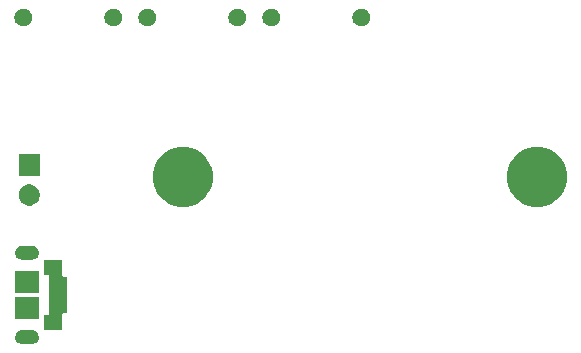
<source format=gbr>
G04 #@! TF.GenerationSoftware,KiCad,Pcbnew,5.1.5-52549c5~84~ubuntu18.04.1*
G04 #@! TF.CreationDate,2020-01-15T09:57:23+01:00*
G04 #@! TF.ProjectId,geneva,67656e65-7661-42e6-9b69-6361645f7063,rev?*
G04 #@! TF.SameCoordinates,Original*
G04 #@! TF.FileFunction,Soldermask,Bot*
G04 #@! TF.FilePolarity,Negative*
%FSLAX46Y46*%
G04 Gerber Fmt 4.6, Leading zero omitted, Abs format (unit mm)*
G04 Created by KiCad (PCBNEW 5.1.5-52549c5~84~ubuntu18.04.1) date 2020-01-15 09:57:23*
%MOMM*%
%LPD*%
G04 APERTURE LIST*
%ADD10C,0.101600*%
G04 APERTURE END LIST*
D10*
G36*
X57337916Y-113007334D02*
G01*
X57446492Y-113040271D01*
X57446495Y-113040272D01*
X57482601Y-113059571D01*
X57546557Y-113093756D01*
X57634264Y-113165736D01*
X57706244Y-113253443D01*
X57740429Y-113317399D01*
X57759728Y-113353505D01*
X57759729Y-113353508D01*
X57792666Y-113462084D01*
X57803787Y-113575000D01*
X57792666Y-113687916D01*
X57759729Y-113796492D01*
X57759728Y-113796495D01*
X57740429Y-113832601D01*
X57706244Y-113896557D01*
X57634264Y-113984264D01*
X57546557Y-114056244D01*
X57482601Y-114090429D01*
X57446495Y-114109728D01*
X57446492Y-114109729D01*
X57337916Y-114142666D01*
X57253298Y-114151000D01*
X56346702Y-114151000D01*
X56262084Y-114142666D01*
X56153508Y-114109729D01*
X56153505Y-114109728D01*
X56117399Y-114090429D01*
X56053443Y-114056244D01*
X55965736Y-113984264D01*
X55893756Y-113896557D01*
X55859571Y-113832601D01*
X55840272Y-113796495D01*
X55840271Y-113796492D01*
X55807334Y-113687916D01*
X55796213Y-113575000D01*
X55807334Y-113462084D01*
X55840271Y-113353508D01*
X55840272Y-113353505D01*
X55859571Y-113317399D01*
X55893756Y-113253443D01*
X55965736Y-113165736D01*
X56053443Y-113093756D01*
X56117399Y-113059571D01*
X56153505Y-113040272D01*
X56153508Y-113040271D01*
X56262084Y-113007334D01*
X56346702Y-112999000D01*
X57253298Y-112999000D01*
X57337916Y-113007334D01*
G37*
G36*
X59806000Y-108324001D02*
G01*
X59808402Y-108348387D01*
X59815515Y-108371836D01*
X59827066Y-108393447D01*
X59842611Y-108412389D01*
X59861553Y-108427934D01*
X59883164Y-108439485D01*
X59906613Y-108446598D01*
X59930999Y-108449000D01*
X60201000Y-108449000D01*
X60201000Y-111551000D01*
X59930999Y-111551000D01*
X59906613Y-111553402D01*
X59883164Y-111560515D01*
X59861553Y-111572066D01*
X59842611Y-111587611D01*
X59827066Y-111606553D01*
X59815515Y-111628164D01*
X59808402Y-111651613D01*
X59806000Y-111675999D01*
X59806000Y-112946000D01*
X58254000Y-112946000D01*
X58254000Y-111694000D01*
X58574001Y-111694000D01*
X58598387Y-111691598D01*
X58621836Y-111684485D01*
X58643447Y-111672934D01*
X58662389Y-111657389D01*
X58677934Y-111638447D01*
X58689485Y-111616836D01*
X58696598Y-111593387D01*
X58699000Y-111569001D01*
X58699000Y-108430999D01*
X58696598Y-108406613D01*
X58689485Y-108383164D01*
X58677934Y-108361553D01*
X58662389Y-108342611D01*
X58643447Y-108327066D01*
X58621836Y-108315515D01*
X58598387Y-108308402D01*
X58574001Y-108306000D01*
X58254000Y-108306000D01*
X58254000Y-107054000D01*
X59806000Y-107054000D01*
X59806000Y-108324001D01*
G37*
G36*
X57801000Y-112051000D02*
G01*
X55799000Y-112051000D01*
X55799000Y-110199000D01*
X57801000Y-110199000D01*
X57801000Y-112051000D01*
G37*
G36*
X57801000Y-109801000D02*
G01*
X55799000Y-109801000D01*
X55799000Y-107949000D01*
X57801000Y-107949000D01*
X57801000Y-109801000D01*
G37*
G36*
X57337916Y-105857334D02*
G01*
X57446492Y-105890271D01*
X57446495Y-105890272D01*
X57482601Y-105909571D01*
X57546557Y-105943756D01*
X57634264Y-106015736D01*
X57706244Y-106103443D01*
X57740429Y-106167399D01*
X57759728Y-106203505D01*
X57759729Y-106203508D01*
X57792666Y-106312084D01*
X57803787Y-106425000D01*
X57792666Y-106537916D01*
X57759729Y-106646492D01*
X57759728Y-106646495D01*
X57740429Y-106682601D01*
X57706244Y-106746557D01*
X57634264Y-106834264D01*
X57546557Y-106906244D01*
X57482601Y-106940429D01*
X57446495Y-106959728D01*
X57446492Y-106959729D01*
X57337916Y-106992666D01*
X57253298Y-107001000D01*
X56346702Y-107001000D01*
X56262084Y-106992666D01*
X56153508Y-106959729D01*
X56153505Y-106959728D01*
X56117399Y-106940429D01*
X56053443Y-106906244D01*
X55965736Y-106834264D01*
X55893756Y-106746557D01*
X55859571Y-106682601D01*
X55840272Y-106646495D01*
X55840271Y-106646492D01*
X55807334Y-106537916D01*
X55796213Y-106425000D01*
X55807334Y-106312084D01*
X55840271Y-106203508D01*
X55840272Y-106203505D01*
X55859571Y-106167399D01*
X55893756Y-106103443D01*
X55965736Y-106015736D01*
X56053443Y-105943756D01*
X56117399Y-105909571D01*
X56153505Y-105890272D01*
X56153508Y-105890271D01*
X56262084Y-105857334D01*
X56346702Y-105849000D01*
X57253298Y-105849000D01*
X57337916Y-105857334D01*
G37*
G36*
X70744098Y-97547033D02*
G01*
X71208350Y-97739332D01*
X71208352Y-97739333D01*
X71626168Y-98018509D01*
X71981491Y-98373832D01*
X72260667Y-98791648D01*
X72260668Y-98791650D01*
X72452967Y-99255902D01*
X72551000Y-99748747D01*
X72551000Y-100251253D01*
X72452967Y-100744098D01*
X72300073Y-101113218D01*
X72260667Y-101208352D01*
X71981491Y-101626168D01*
X71626168Y-101981491D01*
X71208352Y-102260667D01*
X71208351Y-102260668D01*
X71208350Y-102260668D01*
X70744098Y-102452967D01*
X70251253Y-102551000D01*
X69748747Y-102551000D01*
X69255902Y-102452967D01*
X68791650Y-102260668D01*
X68791649Y-102260668D01*
X68791648Y-102260667D01*
X68373832Y-101981491D01*
X68018509Y-101626168D01*
X67739333Y-101208352D01*
X67699927Y-101113218D01*
X67547033Y-100744098D01*
X67449000Y-100251253D01*
X67449000Y-99748747D01*
X67547033Y-99255902D01*
X67739332Y-98791650D01*
X67739333Y-98791648D01*
X68018509Y-98373832D01*
X68373832Y-98018509D01*
X68791648Y-97739333D01*
X68791650Y-97739332D01*
X69255902Y-97547033D01*
X69748747Y-97449000D01*
X70251253Y-97449000D01*
X70744098Y-97547033D01*
G37*
G36*
X100744098Y-97547033D02*
G01*
X101208350Y-97739332D01*
X101208352Y-97739333D01*
X101626168Y-98018509D01*
X101981491Y-98373832D01*
X102260667Y-98791648D01*
X102260668Y-98791650D01*
X102452967Y-99255902D01*
X102551000Y-99748747D01*
X102551000Y-100251253D01*
X102452967Y-100744098D01*
X102300073Y-101113218D01*
X102260667Y-101208352D01*
X101981491Y-101626168D01*
X101626168Y-101981491D01*
X101208352Y-102260667D01*
X101208351Y-102260668D01*
X101208350Y-102260668D01*
X100744098Y-102452967D01*
X100251253Y-102551000D01*
X99748747Y-102551000D01*
X99255902Y-102452967D01*
X98791650Y-102260668D01*
X98791649Y-102260668D01*
X98791648Y-102260667D01*
X98373832Y-101981491D01*
X98018509Y-101626168D01*
X97739333Y-101208352D01*
X97699927Y-101113218D01*
X97547033Y-100744098D01*
X97449000Y-100251253D01*
X97449000Y-99748747D01*
X97547033Y-99255902D01*
X97739332Y-98791650D01*
X97739333Y-98791648D01*
X98018509Y-98373832D01*
X98373832Y-98018509D01*
X98791648Y-97739333D01*
X98791650Y-97739332D01*
X99255902Y-97547033D01*
X99748747Y-97449000D01*
X100251253Y-97449000D01*
X100744098Y-97547033D01*
G37*
G36*
X57113512Y-100643927D02*
G01*
X57262812Y-100673624D01*
X57426784Y-100741544D01*
X57574354Y-100840147D01*
X57699853Y-100965646D01*
X57798456Y-101113216D01*
X57866376Y-101277188D01*
X57901000Y-101451259D01*
X57901000Y-101628741D01*
X57866376Y-101802812D01*
X57798456Y-101966784D01*
X57699853Y-102114354D01*
X57574354Y-102239853D01*
X57426784Y-102338456D01*
X57262812Y-102406376D01*
X57113512Y-102436073D01*
X57088742Y-102441000D01*
X56911258Y-102441000D01*
X56886488Y-102436073D01*
X56737188Y-102406376D01*
X56573216Y-102338456D01*
X56425646Y-102239853D01*
X56300147Y-102114354D01*
X56201544Y-101966784D01*
X56133624Y-101802812D01*
X56099000Y-101628741D01*
X56099000Y-101451259D01*
X56133624Y-101277188D01*
X56201544Y-101113216D01*
X56300147Y-100965646D01*
X56425646Y-100840147D01*
X56573216Y-100741544D01*
X56737188Y-100673624D01*
X56886488Y-100643927D01*
X56911258Y-100639000D01*
X57088742Y-100639000D01*
X57113512Y-100643927D01*
G37*
G36*
X57901000Y-99901000D02*
G01*
X56099000Y-99901000D01*
X56099000Y-98099000D01*
X57901000Y-98099000D01*
X57901000Y-99901000D01*
G37*
G36*
X64339059Y-85777860D02*
G01*
X64475732Y-85834472D01*
X64598735Y-85916660D01*
X64703340Y-86021265D01*
X64785528Y-86144268D01*
X64842140Y-86280941D01*
X64871000Y-86426033D01*
X64871000Y-86573967D01*
X64842140Y-86719059D01*
X64785528Y-86855732D01*
X64703340Y-86978735D01*
X64598735Y-87083340D01*
X64475732Y-87165528D01*
X64475731Y-87165529D01*
X64475730Y-87165529D01*
X64339059Y-87222140D01*
X64193968Y-87251000D01*
X64046032Y-87251000D01*
X63900941Y-87222140D01*
X63764270Y-87165529D01*
X63764269Y-87165529D01*
X63764268Y-87165528D01*
X63641265Y-87083340D01*
X63536660Y-86978735D01*
X63454472Y-86855732D01*
X63397860Y-86719059D01*
X63369000Y-86573967D01*
X63369000Y-86426033D01*
X63397860Y-86280941D01*
X63454472Y-86144268D01*
X63536660Y-86021265D01*
X63641265Y-85916660D01*
X63764268Y-85834472D01*
X63900941Y-85777860D01*
X64046032Y-85749000D01*
X64193968Y-85749000D01*
X64339059Y-85777860D01*
G37*
G36*
X85339059Y-85777860D02*
G01*
X85475732Y-85834472D01*
X85598735Y-85916660D01*
X85703340Y-86021265D01*
X85785528Y-86144268D01*
X85842140Y-86280941D01*
X85871000Y-86426033D01*
X85871000Y-86573967D01*
X85842140Y-86719059D01*
X85785528Y-86855732D01*
X85703340Y-86978735D01*
X85598735Y-87083340D01*
X85475732Y-87165528D01*
X85475731Y-87165529D01*
X85475730Y-87165529D01*
X85339059Y-87222140D01*
X85193968Y-87251000D01*
X85046032Y-87251000D01*
X84900941Y-87222140D01*
X84764270Y-87165529D01*
X84764269Y-87165529D01*
X84764268Y-87165528D01*
X84641265Y-87083340D01*
X84536660Y-86978735D01*
X84454472Y-86855732D01*
X84397860Y-86719059D01*
X84369000Y-86573967D01*
X84369000Y-86426033D01*
X84397860Y-86280941D01*
X84454472Y-86144268D01*
X84536660Y-86021265D01*
X84641265Y-85916660D01*
X84764268Y-85834472D01*
X84900941Y-85777860D01*
X85046032Y-85749000D01*
X85193968Y-85749000D01*
X85339059Y-85777860D01*
G37*
G36*
X77719059Y-85777860D02*
G01*
X77855732Y-85834472D01*
X77978735Y-85916660D01*
X78083340Y-86021265D01*
X78165528Y-86144268D01*
X78222140Y-86280941D01*
X78251000Y-86426033D01*
X78251000Y-86573967D01*
X78222140Y-86719059D01*
X78165528Y-86855732D01*
X78083340Y-86978735D01*
X77978735Y-87083340D01*
X77855732Y-87165528D01*
X77855731Y-87165529D01*
X77855730Y-87165529D01*
X77719059Y-87222140D01*
X77573968Y-87251000D01*
X77426032Y-87251000D01*
X77280941Y-87222140D01*
X77144270Y-87165529D01*
X77144269Y-87165529D01*
X77144268Y-87165528D01*
X77021265Y-87083340D01*
X76916660Y-86978735D01*
X76834472Y-86855732D01*
X76777860Y-86719059D01*
X76749000Y-86573967D01*
X76749000Y-86426033D01*
X76777860Y-86280941D01*
X76834472Y-86144268D01*
X76916660Y-86021265D01*
X77021265Y-85916660D01*
X77144268Y-85834472D01*
X77280941Y-85777860D01*
X77426032Y-85749000D01*
X77573968Y-85749000D01*
X77719059Y-85777860D01*
G37*
G36*
X74839059Y-85777860D02*
G01*
X74975732Y-85834472D01*
X75098735Y-85916660D01*
X75203340Y-86021265D01*
X75285528Y-86144268D01*
X75342140Y-86280941D01*
X75371000Y-86426033D01*
X75371000Y-86573967D01*
X75342140Y-86719059D01*
X75285528Y-86855732D01*
X75203340Y-86978735D01*
X75098735Y-87083340D01*
X74975732Y-87165528D01*
X74975731Y-87165529D01*
X74975730Y-87165529D01*
X74839059Y-87222140D01*
X74693968Y-87251000D01*
X74546032Y-87251000D01*
X74400941Y-87222140D01*
X74264270Y-87165529D01*
X74264269Y-87165529D01*
X74264268Y-87165528D01*
X74141265Y-87083340D01*
X74036660Y-86978735D01*
X73954472Y-86855732D01*
X73897860Y-86719059D01*
X73869000Y-86573967D01*
X73869000Y-86426033D01*
X73897860Y-86280941D01*
X73954472Y-86144268D01*
X74036660Y-86021265D01*
X74141265Y-85916660D01*
X74264268Y-85834472D01*
X74400941Y-85777860D01*
X74546032Y-85749000D01*
X74693968Y-85749000D01*
X74839059Y-85777860D01*
G37*
G36*
X67219059Y-85777860D02*
G01*
X67355732Y-85834472D01*
X67478735Y-85916660D01*
X67583340Y-86021265D01*
X67665528Y-86144268D01*
X67722140Y-86280941D01*
X67751000Y-86426033D01*
X67751000Y-86573967D01*
X67722140Y-86719059D01*
X67665528Y-86855732D01*
X67583340Y-86978735D01*
X67478735Y-87083340D01*
X67355732Y-87165528D01*
X67355731Y-87165529D01*
X67355730Y-87165529D01*
X67219059Y-87222140D01*
X67073968Y-87251000D01*
X66926032Y-87251000D01*
X66780941Y-87222140D01*
X66644270Y-87165529D01*
X66644269Y-87165529D01*
X66644268Y-87165528D01*
X66521265Y-87083340D01*
X66416660Y-86978735D01*
X66334472Y-86855732D01*
X66277860Y-86719059D01*
X66249000Y-86573967D01*
X66249000Y-86426033D01*
X66277860Y-86280941D01*
X66334472Y-86144268D01*
X66416660Y-86021265D01*
X66521265Y-85916660D01*
X66644268Y-85834472D01*
X66780941Y-85777860D01*
X66926032Y-85749000D01*
X67073968Y-85749000D01*
X67219059Y-85777860D01*
G37*
G36*
X56719059Y-85777860D02*
G01*
X56855732Y-85834472D01*
X56978735Y-85916660D01*
X57083340Y-86021265D01*
X57165528Y-86144268D01*
X57222140Y-86280941D01*
X57251000Y-86426033D01*
X57251000Y-86573967D01*
X57222140Y-86719059D01*
X57165528Y-86855732D01*
X57083340Y-86978735D01*
X56978735Y-87083340D01*
X56855732Y-87165528D01*
X56855731Y-87165529D01*
X56855730Y-87165529D01*
X56719059Y-87222140D01*
X56573968Y-87251000D01*
X56426032Y-87251000D01*
X56280941Y-87222140D01*
X56144270Y-87165529D01*
X56144269Y-87165529D01*
X56144268Y-87165528D01*
X56021265Y-87083340D01*
X55916660Y-86978735D01*
X55834472Y-86855732D01*
X55777860Y-86719059D01*
X55749000Y-86573967D01*
X55749000Y-86426033D01*
X55777860Y-86280941D01*
X55834472Y-86144268D01*
X55916660Y-86021265D01*
X56021265Y-85916660D01*
X56144268Y-85834472D01*
X56280941Y-85777860D01*
X56426032Y-85749000D01*
X56573968Y-85749000D01*
X56719059Y-85777860D01*
G37*
M02*

</source>
